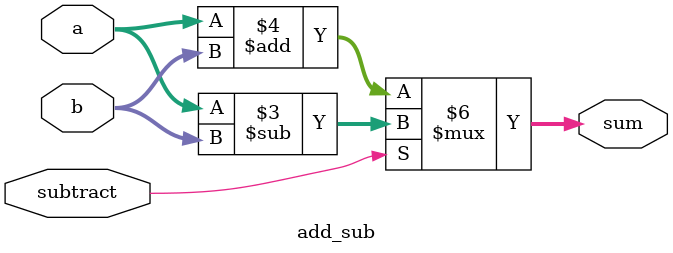
<source format=v>


// declare the module
module add_sub(sum, a, b, subtract);

output [7:0]sum;
input [7:0]a;
input [7:0]b;
input subtract;
reg [7:0]sum;

// specify the output to change on a change to any input
always @(a or b or subtract)
begin

// if the input signal 'subtract' is a logic '1' then
// the output should be a subtraction of a-b else it's a+b

  if (subtract == 1'b1)
    sum = a - b;
  else
    sum = a + b;

end

endmodule


</source>
